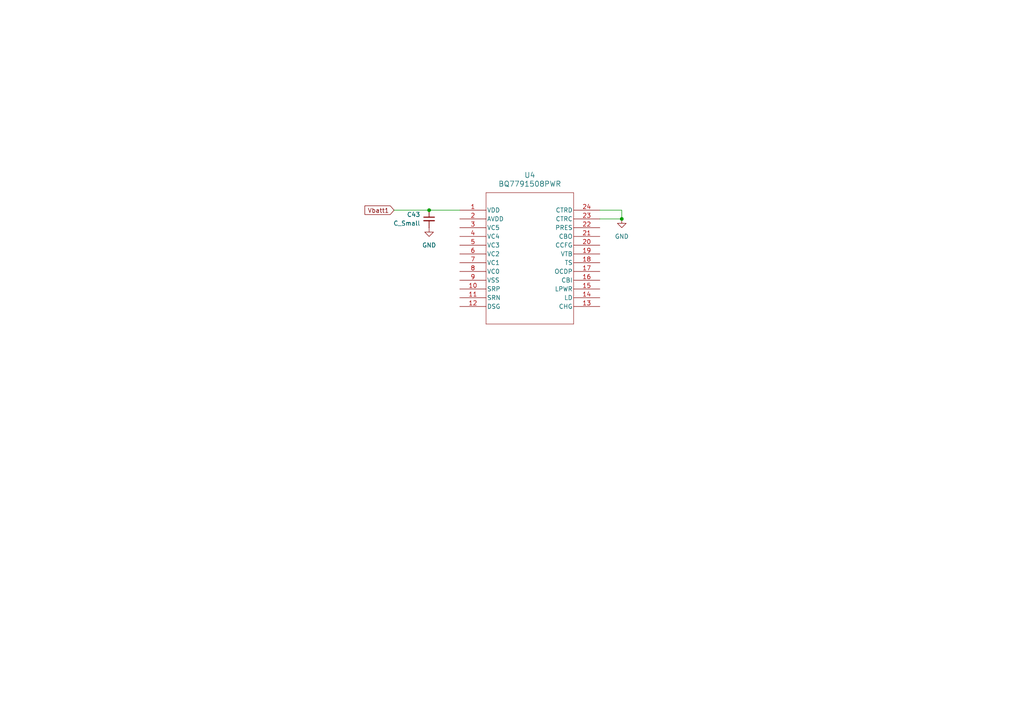
<source format=kicad_sch>
(kicad_sch (version 20231120) (generator "eeschema") (generator_version "8.0")
  (paper "A4")
  (lib_symbols
    (symbol "BQ7791508:BQ7791508PWR" (pin_names (offset 0.254))
      (property "Reference" "U" (at 20.32 10.16 0))
      (property "Value" "BQ7791508PWR" (at 20.32 7.62 0))
      (symbol "BQ7791508PWR_0_1"
        (polyline (pts (xy 7.62 -33.02) (xy 33.02 -33.02)) (stroke (width 0.127)))
        (polyline (pts (xy 7.62 5.08) (xy 7.62 -33.02)) (stroke (width 0.127)))
        (polyline (pts (xy 33.02 -33.02) (xy 33.02 5.08)) (stroke (width 0.127)))
        (polyline (pts (xy 33.02 5.08) (xy 7.62 5.08)) (stroke (width 0.127)))
        (pin power_in line (at 0 0 0) (length 7.62) (name "VDD") (number "1"))
        (pin input line (at 0 -22.86 0) (length 7.62) (name "SRP") (number "10"))
        (pin input line (at 0 -25.4 0) (length 7.62) (name "SRN") (number "11"))
        (pin output line (at 0 -27.94 0) (length 7.62) (name "DSG") (number "12"))
        (pin output line (at 40.64 -27.94 180) (length 7.62) (name "CHG") (number "13"))
        (pin input line (at 40.64 -25.4 180) (length 7.62) (name "LD") (number "14"))
        (pin output line (at 40.64 -22.86 180) (length 7.62) (name "LPWR") (number "15"))
        (pin input line (at 40.64 -20.32 180) (length 7.62) (name "CBI") (number "16"))
        (pin input line (at 40.64 -17.78 180) (length 7.62) (name "OCDP") (number "17"))
        (pin input line (at 40.64 -15.24 180) (length 7.62) (name "TS") (number "18"))
        (pin output line (at 40.64 -12.7 180) (length 7.62) (name "VTB") (number "19"))
        (pin power_out line (at 0 -2.54 0) (length 7.62) (name "AVDD") (number "2"))
        (pin input line (at 40.64 -10.16 180) (length 7.62) (name "CCFG") (number "20"))
        (pin output line (at 40.64 -7.62 180) (length 7.62) (name "CBO") (number "21"))
        (pin input line (at 40.64 -5.08 180) (length 7.62) (name "PRES") (number "22"))
        (pin input line (at 40.64 -2.54 180) (length 7.62) (name "CTRC") (number "23"))
        (pin input line (at 40.64 0 180) (length 7.62) (name "CTRD") (number "24"))
        (pin input line (at 0 -5.08 0) (length 7.62) (name "VC5") (number "3"))
        (pin input line (at 0 -7.62 0) (length 7.62) (name "VC4") (number "4"))
        (pin input line (at 0 -10.16 0) (length 7.62) (name "VC3") (number "5"))
        (pin input line (at 0 -12.7 0) (length 7.62) (name "VC2") (number "6"))
        (pin input line (at 0 -15.24 0) (length 7.62) (name "VC1") (number "7"))
        (pin input line (at 0 -17.78 0) (length 7.62) (name "VC0") (number "8"))
        (pin power_in line (at 0 -20.32 0) (length 7.62) (name "VSS") (number "9"))
      )
    )
    (symbol "Device:C_Small" (pin_numbers hide) (pin_names (offset 0.254) hide)
      (property "Reference" "C" (at 0.254 1.778 0))
      (property "Value" "C_Small" (at 0.254 -2.032 0))
      (symbol "C_Small_0_1"
        (polyline (pts (xy -1.524 -0.508) (xy 1.524 -0.508)) (stroke (width 0.3302)))
        (polyline (pts (xy -1.524 0.508) (xy 1.524 0.508)) (stroke (width 0.3048)))
      )
      (symbol "C_Small_1_1"
        (pin passive line (at 0 2.54 270) (length 2.032) (name "~") (number "1"))
        (pin passive line (at 0 -2.54 90) (length 2.032) (name "~") (number "2"))
      )
    )
    (symbol "power:GND" (power) (pin_numbers hide) (pin_names (offset 0) hide)
      (property "Value" "GND" (at 0 -3.81 0))
      (symbol "GND_0_1"
        (polyline (pts (xy 0 0) (xy 0 -1.27) (xy 1.27 -1.27) (xy 0 -2.54) (xy -1.27 -1.27) (xy 0 -1.27)))
      )
      (symbol "GND_1_1"
        (pin power_in line (at 0 0 270) (length 0) (name "~") (number "1"))
      )
    )
  )
  (junction (at 124.46 60.96))
  (junction (at 180.34 63.5))
  (wire (pts (xy 173.99 63.5) (xy 180.34 63.5)))
  (wire (pts (xy 114.3 60.96) (xy 124.46 60.96)))
  (wire (pts (xy 173.99 60.96) (xy 180.34 60.96)))
  (wire (pts (xy 124.46 60.96) (xy 133.35 60.96)))
  (wire (pts (xy 180.34 60.96) (xy 180.34 63.5)))
  (global_label "Vbatt1" (shape input) (at 114.3 60.96 180) (property "Intersheetrefs" "${INTERSHEET_REFS}" (effects (hide yes))))
  (symbol (lib_id "Device:C_Small") (at 124.46 63.5 0) (unit 1)
    (property "Reference" "C43" (at 121.92 62.2362 0) (effects (justify right)))
    (property "Value" "C_Small" (at 121.92 64.7762 0) (effects (justify right)))
    (property "Description" "Unpolarized capacitor, small symbol" (effects (hide yes)))
  )
  (symbol (lib_id "power:GND") (at 124.46 66.04 0) (unit 1)
    (property "Reference" "#PWR084" (effects (hide yes)))
    (property "Value" "GND" (at 124.46 71.12 0))
    (property "Description" "Power symbol creates a global label with name \"GND\" , ground" (effects (hide yes)))
  )
  (symbol (lib_id "power:GND") (at 180.34 63.5 0) (unit 1)
    (property "Reference" "#PWR083" (effects (hide yes)))
    (property "Value" "GND" (at 180.34 68.58 0))
    (property "Description" "Power symbol creates a global label with name \"GND\" , ground" (effects (hide yes)))
  )
  (symbol (lib_id "BQ7791508:BQ7791508PWR") (at 133.35 60.96 0) (unit 1)
    (property "Reference" "U4" (at 153.67 50.8 0) (effects (font (size 1.524 1.524))))
    (property "Value" "BQ7791508PWR" (at 153.67 53.34 0) (effects (font (size 1.524 1.524))))
    (property "Footprint" "TSSOP24_4P4X7P8_THT_TEX" (effects (hide yes)))
    (property "Datasheet" "https://www.ti.com/lit/gpn/bq77915" (effects (hide yes)))
  )
)
</source>
